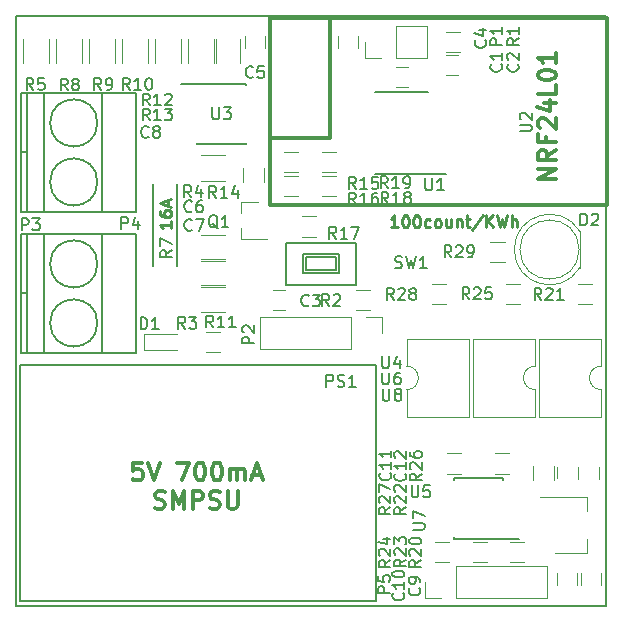
<source format=gto>
G04 #@! TF.FileFunction,Legend,Top*
%FSLAX46Y46*%
G04 Gerber Fmt 4.6, Leading zero omitted, Abs format (unit mm)*
G04 Created by KiCad (PCBNEW 4.0.2-stable) date 6/1/2017 2:40:02 PM*
%MOMM*%
G01*
G04 APERTURE LIST*
%ADD10C,0.100000*%
%ADD11C,0.250000*%
%ADD12C,0.300000*%
%ADD13C,0.150000*%
%ADD14C,0.120000*%
%ADD15C,0.304800*%
%ADD16C,0.203200*%
G04 APERTURE END LIST*
D10*
D11*
X107329886Y-92908381D02*
X106758457Y-92908381D01*
X107044171Y-92908381D02*
X107044171Y-91908381D01*
X106948933Y-92051238D01*
X106853695Y-92146476D01*
X106758457Y-92194095D01*
X107948933Y-91908381D02*
X108044172Y-91908381D01*
X108139410Y-91956000D01*
X108187029Y-92003619D01*
X108234648Y-92098857D01*
X108282267Y-92289333D01*
X108282267Y-92527429D01*
X108234648Y-92717905D01*
X108187029Y-92813143D01*
X108139410Y-92860762D01*
X108044172Y-92908381D01*
X107948933Y-92908381D01*
X107853695Y-92860762D01*
X107806076Y-92813143D01*
X107758457Y-92717905D01*
X107710838Y-92527429D01*
X107710838Y-92289333D01*
X107758457Y-92098857D01*
X107806076Y-92003619D01*
X107853695Y-91956000D01*
X107948933Y-91908381D01*
X108901314Y-91908381D02*
X108996553Y-91908381D01*
X109091791Y-91956000D01*
X109139410Y-92003619D01*
X109187029Y-92098857D01*
X109234648Y-92289333D01*
X109234648Y-92527429D01*
X109187029Y-92717905D01*
X109139410Y-92813143D01*
X109091791Y-92860762D01*
X108996553Y-92908381D01*
X108901314Y-92908381D01*
X108806076Y-92860762D01*
X108758457Y-92813143D01*
X108710838Y-92717905D01*
X108663219Y-92527429D01*
X108663219Y-92289333D01*
X108710838Y-92098857D01*
X108758457Y-92003619D01*
X108806076Y-91956000D01*
X108901314Y-91908381D01*
X110091791Y-92860762D02*
X109996553Y-92908381D01*
X109806076Y-92908381D01*
X109710838Y-92860762D01*
X109663219Y-92813143D01*
X109615600Y-92717905D01*
X109615600Y-92432190D01*
X109663219Y-92336952D01*
X109710838Y-92289333D01*
X109806076Y-92241714D01*
X109996553Y-92241714D01*
X110091791Y-92289333D01*
X110663219Y-92908381D02*
X110567981Y-92860762D01*
X110520362Y-92813143D01*
X110472743Y-92717905D01*
X110472743Y-92432190D01*
X110520362Y-92336952D01*
X110567981Y-92289333D01*
X110663219Y-92241714D01*
X110806077Y-92241714D01*
X110901315Y-92289333D01*
X110948934Y-92336952D01*
X110996553Y-92432190D01*
X110996553Y-92717905D01*
X110948934Y-92813143D01*
X110901315Y-92860762D01*
X110806077Y-92908381D01*
X110663219Y-92908381D01*
X111853696Y-92241714D02*
X111853696Y-92908381D01*
X111425124Y-92241714D02*
X111425124Y-92765524D01*
X111472743Y-92860762D01*
X111567981Y-92908381D01*
X111710839Y-92908381D01*
X111806077Y-92860762D01*
X111853696Y-92813143D01*
X112329886Y-92241714D02*
X112329886Y-92908381D01*
X112329886Y-92336952D02*
X112377505Y-92289333D01*
X112472743Y-92241714D01*
X112615601Y-92241714D01*
X112710839Y-92289333D01*
X112758458Y-92384571D01*
X112758458Y-92908381D01*
X113091791Y-92241714D02*
X113472743Y-92241714D01*
X113234648Y-91908381D02*
X113234648Y-92765524D01*
X113282267Y-92860762D01*
X113377505Y-92908381D01*
X113472743Y-92908381D01*
X114520363Y-91860762D02*
X113663220Y-93146476D01*
X114853696Y-92908381D02*
X114853696Y-91908381D01*
X115425125Y-92908381D02*
X114996553Y-92336952D01*
X115425125Y-91908381D02*
X114853696Y-92479810D01*
X115758458Y-91908381D02*
X115996553Y-92908381D01*
X116187030Y-92194095D01*
X116377506Y-92908381D01*
X116615601Y-91908381D01*
X116996553Y-92908381D02*
X116996553Y-91908381D01*
X117425125Y-92908381D02*
X117425125Y-92384571D01*
X117377506Y-92289333D01*
X117282268Y-92241714D01*
X117139410Y-92241714D01*
X117044172Y-92289333D01*
X116996553Y-92336952D01*
D12*
X120718971Y-88800913D02*
X119218971Y-88800913D01*
X120718971Y-87943770D01*
X119218971Y-87943770D01*
X120718971Y-86372341D02*
X120004686Y-86872341D01*
X120718971Y-87229484D02*
X119218971Y-87229484D01*
X119218971Y-86658056D01*
X119290400Y-86515198D01*
X119361829Y-86443770D01*
X119504686Y-86372341D01*
X119718971Y-86372341D01*
X119861829Y-86443770D01*
X119933257Y-86515198D01*
X120004686Y-86658056D01*
X120004686Y-87229484D01*
X119933257Y-85229484D02*
X119933257Y-85729484D01*
X120718971Y-85729484D02*
X119218971Y-85729484D01*
X119218971Y-85015198D01*
X119361829Y-84515199D02*
X119290400Y-84443770D01*
X119218971Y-84300913D01*
X119218971Y-83943770D01*
X119290400Y-83800913D01*
X119361829Y-83729484D01*
X119504686Y-83658056D01*
X119647543Y-83658056D01*
X119861829Y-83729484D01*
X120718971Y-84586627D01*
X120718971Y-83658056D01*
X119718971Y-82372342D02*
X120718971Y-82372342D01*
X119147543Y-82729485D02*
X120218971Y-83086628D01*
X120218971Y-82158056D01*
X120718971Y-80872342D02*
X120718971Y-81586628D01*
X119218971Y-81586628D01*
X119218971Y-80086628D02*
X119218971Y-79943771D01*
X119290400Y-79800914D01*
X119361829Y-79729485D01*
X119504686Y-79658056D01*
X119790400Y-79586628D01*
X120147543Y-79586628D01*
X120433257Y-79658056D01*
X120576114Y-79729485D01*
X120647543Y-79800914D01*
X120718971Y-79943771D01*
X120718971Y-80086628D01*
X120647543Y-80229485D01*
X120576114Y-80300914D01*
X120433257Y-80372342D01*
X120147543Y-80443771D01*
X119790400Y-80443771D01*
X119504686Y-80372342D01*
X119361829Y-80300914D01*
X119290400Y-80229485D01*
X119218971Y-80086628D01*
X120718971Y-78158057D02*
X120718971Y-79015200D01*
X120718971Y-78586628D02*
X119218971Y-78586628D01*
X119433257Y-78729485D01*
X119576114Y-78872343D01*
X119647543Y-79015200D01*
X85679545Y-112837371D02*
X84965259Y-112837371D01*
X84893830Y-113551657D01*
X84965259Y-113480229D01*
X85108116Y-113408800D01*
X85465259Y-113408800D01*
X85608116Y-113480229D01*
X85679545Y-113551657D01*
X85750973Y-113694514D01*
X85750973Y-114051657D01*
X85679545Y-114194514D01*
X85608116Y-114265943D01*
X85465259Y-114337371D01*
X85108116Y-114337371D01*
X84965259Y-114265943D01*
X84893830Y-114194514D01*
X86179544Y-112837371D02*
X86679544Y-114337371D01*
X87179544Y-112837371D01*
X88679544Y-112837371D02*
X89679544Y-112837371D01*
X89036687Y-114337371D01*
X90536686Y-112837371D02*
X90679543Y-112837371D01*
X90822400Y-112908800D01*
X90893829Y-112980229D01*
X90965258Y-113123086D01*
X91036686Y-113408800D01*
X91036686Y-113765943D01*
X90965258Y-114051657D01*
X90893829Y-114194514D01*
X90822400Y-114265943D01*
X90679543Y-114337371D01*
X90536686Y-114337371D01*
X90393829Y-114265943D01*
X90322400Y-114194514D01*
X90250972Y-114051657D01*
X90179543Y-113765943D01*
X90179543Y-113408800D01*
X90250972Y-113123086D01*
X90322400Y-112980229D01*
X90393829Y-112908800D01*
X90536686Y-112837371D01*
X91965257Y-112837371D02*
X92108114Y-112837371D01*
X92250971Y-112908800D01*
X92322400Y-112980229D01*
X92393829Y-113123086D01*
X92465257Y-113408800D01*
X92465257Y-113765943D01*
X92393829Y-114051657D01*
X92322400Y-114194514D01*
X92250971Y-114265943D01*
X92108114Y-114337371D01*
X91965257Y-114337371D01*
X91822400Y-114265943D01*
X91750971Y-114194514D01*
X91679543Y-114051657D01*
X91608114Y-113765943D01*
X91608114Y-113408800D01*
X91679543Y-113123086D01*
X91750971Y-112980229D01*
X91822400Y-112908800D01*
X91965257Y-112837371D01*
X93108114Y-114337371D02*
X93108114Y-113337371D01*
X93108114Y-113480229D02*
X93179542Y-113408800D01*
X93322400Y-113337371D01*
X93536685Y-113337371D01*
X93679542Y-113408800D01*
X93750971Y-113551657D01*
X93750971Y-114337371D01*
X93750971Y-113551657D02*
X93822400Y-113408800D01*
X93965257Y-113337371D01*
X94179542Y-113337371D01*
X94322400Y-113408800D01*
X94393828Y-113551657D01*
X94393828Y-114337371D01*
X95036685Y-113908800D02*
X95750971Y-113908800D01*
X94893828Y-114337371D02*
X95393828Y-112837371D01*
X95893828Y-114337371D01*
X86786686Y-116665943D02*
X87000972Y-116737371D01*
X87358115Y-116737371D01*
X87500972Y-116665943D01*
X87572401Y-116594514D01*
X87643829Y-116451657D01*
X87643829Y-116308800D01*
X87572401Y-116165943D01*
X87500972Y-116094514D01*
X87358115Y-116023086D01*
X87072401Y-115951657D01*
X86929543Y-115880229D01*
X86858115Y-115808800D01*
X86786686Y-115665943D01*
X86786686Y-115523086D01*
X86858115Y-115380229D01*
X86929543Y-115308800D01*
X87072401Y-115237371D01*
X87429543Y-115237371D01*
X87643829Y-115308800D01*
X88286686Y-116737371D02*
X88286686Y-115237371D01*
X88786686Y-116308800D01*
X89286686Y-115237371D01*
X89286686Y-116737371D01*
X90000972Y-116737371D02*
X90000972Y-115237371D01*
X90572400Y-115237371D01*
X90715258Y-115308800D01*
X90786686Y-115380229D01*
X90858115Y-115523086D01*
X90858115Y-115737371D01*
X90786686Y-115880229D01*
X90715258Y-115951657D01*
X90572400Y-116023086D01*
X90000972Y-116023086D01*
X91429543Y-116665943D02*
X91643829Y-116737371D01*
X92000972Y-116737371D01*
X92143829Y-116665943D01*
X92215258Y-116594514D01*
X92286686Y-116451657D01*
X92286686Y-116308800D01*
X92215258Y-116165943D01*
X92143829Y-116094514D01*
X92000972Y-116023086D01*
X91715258Y-115951657D01*
X91572400Y-115880229D01*
X91500972Y-115808800D01*
X91429543Y-115665943D01*
X91429543Y-115523086D01*
X91500972Y-115380229D01*
X91572400Y-115308800D01*
X91715258Y-115237371D01*
X92072400Y-115237371D01*
X92286686Y-115308800D01*
X92929543Y-115237371D02*
X92929543Y-116451657D01*
X93000971Y-116594514D01*
X93072400Y-116665943D01*
X93215257Y-116737371D01*
X93500971Y-116737371D01*
X93643829Y-116665943D01*
X93715257Y-116594514D01*
X93786686Y-116451657D01*
X93786686Y-115237371D01*
D11*
X88183981Y-92414647D02*
X88183981Y-92986076D01*
X88183981Y-92700362D02*
X87183981Y-92700362D01*
X87326838Y-92795600D01*
X87422076Y-92890838D01*
X87469695Y-92986076D01*
X87183981Y-91557504D02*
X87183981Y-91747981D01*
X87231600Y-91843219D01*
X87279219Y-91890838D01*
X87422076Y-91986076D01*
X87612552Y-92033695D01*
X87993505Y-92033695D01*
X88088743Y-91986076D01*
X88136362Y-91938457D01*
X88183981Y-91843219D01*
X88183981Y-91652742D01*
X88136362Y-91557504D01*
X88088743Y-91509885D01*
X87993505Y-91462266D01*
X87755410Y-91462266D01*
X87660171Y-91509885D01*
X87612552Y-91557504D01*
X87564933Y-91652742D01*
X87564933Y-91843219D01*
X87612552Y-91938457D01*
X87660171Y-91986076D01*
X87755410Y-92033695D01*
X87898267Y-91081314D02*
X87898267Y-90605123D01*
X88183981Y-91176552D02*
X87183981Y-90843219D01*
X88183981Y-90509885D01*
D13*
X75000000Y-75000000D02*
X125000000Y-75000000D01*
X75000000Y-125000000D02*
X125000000Y-125000000D01*
X125000000Y-75000000D02*
X125000000Y-125000000D01*
X75000000Y-75000000D02*
X75000000Y-125000000D01*
D14*
X107196000Y-81012400D02*
X108196000Y-81012400D01*
X108196000Y-79312400D02*
X107196000Y-79312400D01*
X111463200Y-80047200D02*
X112463200Y-80047200D01*
X112463200Y-78347200D02*
X111463200Y-78347200D01*
X96782000Y-99910000D02*
X97782000Y-99910000D01*
X97782000Y-98210000D02*
X96782000Y-98210000D01*
X103974000Y-77716000D02*
X103974000Y-76716000D01*
X102274000Y-76716000D02*
X102274000Y-77716000D01*
X94400000Y-76716000D02*
X94400000Y-77716000D01*
X96100000Y-77716000D02*
X96100000Y-76716000D01*
X90720800Y-95609600D02*
X92720800Y-95609600D01*
X92720800Y-93569600D02*
X90720800Y-93569600D01*
X92718000Y-95754000D02*
X90718000Y-95754000D01*
X90718000Y-97794000D02*
X92718000Y-97794000D01*
X93984000Y-78978000D02*
X93984000Y-76978000D01*
X91944000Y-76978000D02*
X91944000Y-78978000D01*
X124548000Y-123182000D02*
X124548000Y-122182000D01*
X122848000Y-122182000D02*
X122848000Y-123182000D01*
X122516000Y-123182000D02*
X122516000Y-122182000D01*
X120816000Y-122182000D02*
X120816000Y-123182000D01*
X122644800Y-113190400D02*
X122644800Y-114190400D01*
X124344800Y-114190400D02*
X124344800Y-113190400D01*
X120866800Y-113174400D02*
X120866800Y-114174400D01*
X122566800Y-114174400D02*
X122566800Y-113174400D01*
X85830000Y-101916000D02*
X85830000Y-103316000D01*
X85830000Y-103316000D02*
X88630000Y-103316000D01*
X85830000Y-101916000D02*
X88630000Y-101916000D01*
X107188000Y-78546000D02*
X109788000Y-78546000D01*
X109788000Y-78546000D02*
X109788000Y-75886000D01*
X109788000Y-75886000D02*
X107188000Y-75886000D01*
X107188000Y-75886000D02*
X107188000Y-78546000D01*
X105918000Y-78546000D02*
X104588000Y-78546000D01*
X104588000Y-78546000D02*
X104588000Y-77216000D01*
X103378000Y-100524000D02*
X95698000Y-100524000D01*
X95698000Y-100524000D02*
X95698000Y-103184000D01*
X95698000Y-103184000D02*
X103378000Y-103184000D01*
X103378000Y-103184000D02*
X103378000Y-100524000D01*
X104648000Y-100524000D02*
X105978000Y-100524000D01*
X105978000Y-100524000D02*
X105978000Y-101854000D01*
D13*
X75910000Y-98512000D02*
X75410000Y-98512000D01*
X81910000Y-101012000D02*
G75*
G03X81910000Y-101012000I-2000000J0D01*
G01*
X81910000Y-96012000D02*
G75*
G03X81910000Y-96012000I-2000000J0D01*
G01*
X77410000Y-93512000D02*
X77410000Y-103512000D01*
X82310000Y-93512000D02*
X82310000Y-103512000D01*
X75910000Y-93512000D02*
X75910000Y-103512000D01*
X75410000Y-93512000D02*
X75410000Y-103512000D01*
X75410000Y-103512000D02*
X85210000Y-103512000D01*
X85210000Y-103512000D02*
X85210000Y-93512000D01*
X85210000Y-93512000D02*
X75410000Y-93512000D01*
X75910000Y-86574000D02*
X75410000Y-86574000D01*
X81910000Y-89074000D02*
G75*
G03X81910000Y-89074000I-2000000J0D01*
G01*
X81910000Y-84074000D02*
G75*
G03X81910000Y-84074000I-2000000J0D01*
G01*
X77410000Y-81574000D02*
X77410000Y-91574000D01*
X82310000Y-81574000D02*
X82310000Y-91574000D01*
X75910000Y-81574000D02*
X75910000Y-91574000D01*
X75410000Y-81574000D02*
X75410000Y-91574000D01*
X75410000Y-91574000D02*
X85210000Y-91574000D01*
X85210000Y-91574000D02*
X85210000Y-81574000D01*
X85210000Y-81574000D02*
X75410000Y-81574000D01*
D14*
X112268000Y-124266000D02*
X119948000Y-124266000D01*
X119948000Y-124266000D02*
X119948000Y-121606000D01*
X119948000Y-121606000D02*
X112268000Y-121606000D01*
X112268000Y-121606000D02*
X112268000Y-124266000D01*
X110998000Y-124266000D02*
X109668000Y-124266000D01*
X109668000Y-124266000D02*
X109668000Y-122936000D01*
D13*
X105459000Y-104554000D02*
X105459000Y-124554000D01*
X75389000Y-104554000D02*
X105459000Y-104554000D01*
X75389000Y-124554000D02*
X75389000Y-104554000D01*
X105459000Y-124554000D02*
X75389000Y-124554000D01*
D14*
X94083600Y-90774400D02*
X94083600Y-91704400D01*
X94083600Y-93934400D02*
X94083600Y-93004400D01*
X94083600Y-93934400D02*
X96243600Y-93934400D01*
X94083600Y-90774400D02*
X95543600Y-90774400D01*
X111414000Y-76336000D02*
X112614000Y-76336000D01*
X112614000Y-78096000D02*
X111414000Y-78096000D01*
X104994000Y-99940000D02*
X103794000Y-99940000D01*
X103794000Y-98180000D02*
X104994000Y-98180000D01*
X91094000Y-101736000D02*
X92294000Y-101736000D01*
X92294000Y-103496000D02*
X91094000Y-103496000D01*
X90694000Y-86814000D02*
X92694000Y-86814000D01*
X92694000Y-88954000D02*
X90694000Y-88954000D01*
X75638000Y-78978000D02*
X75638000Y-76978000D01*
X77778000Y-76978000D02*
X77778000Y-78978000D01*
D13*
X86630000Y-89210000D02*
X86630000Y-96210000D01*
X88630000Y-89210000D02*
X88630000Y-96210000D01*
D14*
X80572000Y-76978000D02*
X80572000Y-78978000D01*
X78432000Y-78978000D02*
X78432000Y-76978000D01*
X81226000Y-78978000D02*
X81226000Y-76978000D01*
X83366000Y-76978000D02*
X83366000Y-78978000D01*
X86160000Y-76978000D02*
X86160000Y-78978000D01*
X84020000Y-78978000D02*
X84020000Y-76978000D01*
X90717200Y-97939200D02*
X92717200Y-97939200D01*
X92717200Y-100079200D02*
X90717200Y-100079200D01*
X86814000Y-78978000D02*
X86814000Y-76978000D01*
X88954000Y-76978000D02*
X88954000Y-78978000D01*
X91748000Y-76978000D02*
X91748000Y-78978000D01*
X89608000Y-78978000D02*
X89608000Y-76978000D01*
X96028400Y-87858000D02*
X96028400Y-89058000D01*
X94268400Y-89058000D02*
X94268400Y-87858000D01*
X97698000Y-86496000D02*
X98898000Y-86496000D01*
X98898000Y-88256000D02*
X97698000Y-88256000D01*
X97698000Y-88528000D02*
X98898000Y-88528000D01*
X98898000Y-90288000D02*
X97698000Y-90288000D01*
X99222000Y-91982400D02*
X100422000Y-91982400D01*
X100422000Y-93742400D02*
X99222000Y-93742400D01*
X100949200Y-88528000D02*
X102149200Y-88528000D01*
X102149200Y-90288000D02*
X100949200Y-90288000D01*
X100898400Y-86496000D02*
X102098400Y-86496000D01*
X102098400Y-88256000D02*
X100898400Y-88256000D01*
X118034400Y-121276000D02*
X116834400Y-121276000D01*
X116834400Y-119516000D02*
X118034400Y-119516000D01*
X122590000Y-97672000D02*
X123790000Y-97672000D01*
X123790000Y-99432000D02*
X122590000Y-99432000D01*
X116779600Y-113808400D02*
X115579600Y-113808400D01*
X115579600Y-112048400D02*
X116779600Y-112048400D01*
X114884800Y-121276000D02*
X113684800Y-121276000D01*
X113684800Y-119516000D02*
X114884800Y-119516000D01*
X111714800Y-121276000D02*
X110514800Y-121276000D01*
X110514800Y-119516000D02*
X111714800Y-119516000D01*
X116494000Y-97672000D02*
X117694000Y-97672000D01*
X117694000Y-99432000D02*
X116494000Y-99432000D01*
X118804800Y-114290400D02*
X118804800Y-113090400D01*
X120564800Y-113090400D02*
X120564800Y-114290400D01*
X111515600Y-112048400D02*
X112715600Y-112048400D01*
X112715600Y-113808400D02*
X111515600Y-113808400D01*
X111410000Y-99432000D02*
X110210000Y-99432000D01*
X110210000Y-97672000D02*
X111410000Y-97672000D01*
D13*
X99598110Y-95461780D02*
X102098110Y-95461780D01*
X102098110Y-95461780D02*
X102098110Y-96561780D01*
X102098110Y-96561780D02*
X99598110Y-96561780D01*
X99598110Y-96561780D02*
X99598110Y-95461780D01*
X99348110Y-96811780D02*
X102348110Y-96811780D01*
X99348110Y-95211780D02*
X102348110Y-95211780D01*
X102348110Y-95211780D02*
X102348110Y-96811780D01*
X99348110Y-95211780D02*
X99348110Y-96811780D01*
X97848110Y-97761780D02*
X103848110Y-97761780D01*
X97848110Y-94261780D02*
X103848110Y-94261780D01*
X97848110Y-94261780D02*
X97848110Y-97761780D01*
X103848110Y-94261780D02*
X103848110Y-97761780D01*
X109870200Y-81487600D02*
X105420200Y-81487600D01*
X111395200Y-88387600D02*
X105420200Y-88387600D01*
D15*
X96520000Y-85344000D02*
X96520000Y-91059000D01*
X96520000Y-91059000D02*
X125095000Y-91059000D01*
X125095000Y-91059000D02*
X125095000Y-75184000D01*
X125095000Y-75184000D02*
X101600000Y-75184000D01*
X101600000Y-75184000D02*
X101600000Y-85344000D01*
X101600000Y-85344000D02*
X96520000Y-85344000D01*
X96520000Y-85344000D02*
X96520000Y-75184000D01*
X96520000Y-75184000D02*
X101600000Y-75184000D01*
D13*
X90381000Y-80737000D02*
X90381000Y-80787000D01*
X94531000Y-80737000D02*
X94531000Y-80882000D01*
X94531000Y-85887000D02*
X94531000Y-85742000D01*
X90381000Y-85887000D02*
X90381000Y-85742000D01*
X90381000Y-80737000D02*
X94531000Y-80737000D01*
X90381000Y-85887000D02*
X94531000Y-85887000D01*
X90381000Y-80787000D02*
X88981000Y-80787000D01*
D14*
X124580000Y-104664000D02*
X124580000Y-102369000D01*
X124580000Y-102369000D02*
X119260000Y-102369000D01*
X119260000Y-102369000D02*
X119260000Y-108959000D01*
X119260000Y-108959000D02*
X124580000Y-108959000D01*
X124580000Y-108959000D02*
X124580000Y-106664000D01*
X124580000Y-106664000D02*
G75*
G02X124580000Y-104664000I0J1000000D01*
G01*
D13*
X116222600Y-119313400D02*
X116222600Y-119263400D01*
X112072600Y-119313400D02*
X112072600Y-119168400D01*
X112072600Y-114163400D02*
X112072600Y-114308400D01*
X116222600Y-114163400D02*
X116222600Y-114308400D01*
X116222600Y-119313400D02*
X112072600Y-119313400D01*
X116222600Y-114163400D02*
X112072600Y-114163400D01*
X116222600Y-119263400D02*
X117622600Y-119263400D01*
D14*
X118992000Y-104664000D02*
X118992000Y-102369000D01*
X118992000Y-102369000D02*
X113672000Y-102369000D01*
X113672000Y-102369000D02*
X113672000Y-108959000D01*
X113672000Y-108959000D02*
X118992000Y-108959000D01*
X118992000Y-108959000D02*
X118992000Y-106664000D01*
X118992000Y-106664000D02*
G75*
G02X118992000Y-104664000I0J1000000D01*
G01*
X108084000Y-106664000D02*
X108084000Y-108959000D01*
X108084000Y-108959000D02*
X113404000Y-108959000D01*
X113404000Y-108959000D02*
X113404000Y-102369000D01*
X113404000Y-102369000D02*
X108084000Y-102369000D01*
X108084000Y-102369000D02*
X108084000Y-104664000D01*
X108084000Y-104664000D02*
G75*
G02X108084000Y-106664000I0J-1000000D01*
G01*
X123344400Y-119310000D02*
X123344400Y-120510000D01*
X123344400Y-120510000D02*
X120644400Y-120510000D01*
X119344400Y-115710000D02*
X123344400Y-115710000D01*
X123344400Y-115710000D02*
X123344400Y-116910000D01*
X116388400Y-95876000D02*
X115188400Y-95876000D01*
X115188400Y-94116000D02*
X116388400Y-94116000D01*
X117202800Y-94792338D02*
G75*
G03X122752800Y-96337630I2990000J-462D01*
G01*
X117202800Y-94793262D02*
G75*
G02X122752800Y-93247970I2990000J462D01*
G01*
X122692800Y-94792800D02*
G75*
G03X122692800Y-94792800I-2500000J0D01*
G01*
X122752800Y-96337800D02*
X122752800Y-93247800D01*
D13*
X116079543Y-79109866D02*
X116127162Y-79157485D01*
X116174781Y-79300342D01*
X116174781Y-79395580D01*
X116127162Y-79538438D01*
X116031924Y-79633676D01*
X115936686Y-79681295D01*
X115746210Y-79728914D01*
X115603352Y-79728914D01*
X115412876Y-79681295D01*
X115317638Y-79633676D01*
X115222400Y-79538438D01*
X115174781Y-79395580D01*
X115174781Y-79300342D01*
X115222400Y-79157485D01*
X115270019Y-79109866D01*
X116174781Y-78157485D02*
X116174781Y-78728914D01*
X116174781Y-78443200D02*
X115174781Y-78443200D01*
X115317638Y-78538438D01*
X115412876Y-78633676D01*
X115460495Y-78728914D01*
X117501943Y-79109866D02*
X117549562Y-79157485D01*
X117597181Y-79300342D01*
X117597181Y-79395580D01*
X117549562Y-79538438D01*
X117454324Y-79633676D01*
X117359086Y-79681295D01*
X117168610Y-79728914D01*
X117025752Y-79728914D01*
X116835276Y-79681295D01*
X116740038Y-79633676D01*
X116644800Y-79538438D01*
X116597181Y-79395580D01*
X116597181Y-79300342D01*
X116644800Y-79157485D01*
X116692419Y-79109866D01*
X116692419Y-78728914D02*
X116644800Y-78681295D01*
X116597181Y-78586057D01*
X116597181Y-78347961D01*
X116644800Y-78252723D01*
X116692419Y-78205104D01*
X116787657Y-78157485D01*
X116882895Y-78157485D01*
X117025752Y-78205104D01*
X117597181Y-78776533D01*
X117597181Y-78157485D01*
X99807734Y-99518743D02*
X99760115Y-99566362D01*
X99617258Y-99613981D01*
X99522020Y-99613981D01*
X99379162Y-99566362D01*
X99283924Y-99471124D01*
X99236305Y-99375886D01*
X99188686Y-99185410D01*
X99188686Y-99042552D01*
X99236305Y-98852076D01*
X99283924Y-98756838D01*
X99379162Y-98661600D01*
X99522020Y-98613981D01*
X99617258Y-98613981D01*
X99760115Y-98661600D01*
X99807734Y-98709219D01*
X100141067Y-98613981D02*
X100760115Y-98613981D01*
X100426781Y-98994933D01*
X100569639Y-98994933D01*
X100664877Y-99042552D01*
X100712496Y-99090171D01*
X100760115Y-99185410D01*
X100760115Y-99423505D01*
X100712496Y-99518743D01*
X100664877Y-99566362D01*
X100569639Y-99613981D01*
X100283924Y-99613981D01*
X100188686Y-99566362D01*
X100141067Y-99518743D01*
X114758743Y-77077866D02*
X114806362Y-77125485D01*
X114853981Y-77268342D01*
X114853981Y-77363580D01*
X114806362Y-77506438D01*
X114711124Y-77601676D01*
X114615886Y-77649295D01*
X114425410Y-77696914D01*
X114282552Y-77696914D01*
X114092076Y-77649295D01*
X113996838Y-77601676D01*
X113901600Y-77506438D01*
X113853981Y-77363580D01*
X113853981Y-77268342D01*
X113901600Y-77125485D01*
X113949219Y-77077866D01*
X114187314Y-76220723D02*
X114853981Y-76220723D01*
X113806362Y-76458819D02*
X114520648Y-76696914D01*
X114520648Y-76077866D01*
X95083334Y-80163943D02*
X95035715Y-80211562D01*
X94892858Y-80259181D01*
X94797620Y-80259181D01*
X94654762Y-80211562D01*
X94559524Y-80116324D01*
X94511905Y-80021086D01*
X94464286Y-79830610D01*
X94464286Y-79687752D01*
X94511905Y-79497276D01*
X94559524Y-79402038D01*
X94654762Y-79306800D01*
X94797620Y-79259181D01*
X94892858Y-79259181D01*
X95035715Y-79306800D01*
X95083334Y-79354419D01*
X95988096Y-79259181D02*
X95511905Y-79259181D01*
X95464286Y-79735371D01*
X95511905Y-79687752D01*
X95607143Y-79640133D01*
X95845239Y-79640133D01*
X95940477Y-79687752D01*
X95988096Y-79735371D01*
X96035715Y-79830610D01*
X96035715Y-80068705D01*
X95988096Y-80163943D01*
X95940477Y-80211562D01*
X95845239Y-80259181D01*
X95607143Y-80259181D01*
X95511905Y-80211562D01*
X95464286Y-80163943D01*
X89901734Y-91543143D02*
X89854115Y-91590762D01*
X89711258Y-91638381D01*
X89616020Y-91638381D01*
X89473162Y-91590762D01*
X89377924Y-91495524D01*
X89330305Y-91400286D01*
X89282686Y-91209810D01*
X89282686Y-91066952D01*
X89330305Y-90876476D01*
X89377924Y-90781238D01*
X89473162Y-90686000D01*
X89616020Y-90638381D01*
X89711258Y-90638381D01*
X89854115Y-90686000D01*
X89901734Y-90733619D01*
X90758877Y-90638381D02*
X90568400Y-90638381D01*
X90473162Y-90686000D01*
X90425543Y-90733619D01*
X90330305Y-90876476D01*
X90282686Y-91066952D01*
X90282686Y-91447905D01*
X90330305Y-91543143D01*
X90377924Y-91590762D01*
X90473162Y-91638381D01*
X90663639Y-91638381D01*
X90758877Y-91590762D01*
X90806496Y-91543143D01*
X90854115Y-91447905D01*
X90854115Y-91209810D01*
X90806496Y-91114571D01*
X90758877Y-91066952D01*
X90663639Y-91019333D01*
X90473162Y-91019333D01*
X90377924Y-91066952D01*
X90330305Y-91114571D01*
X90282686Y-91209810D01*
X89901734Y-93117943D02*
X89854115Y-93165562D01*
X89711258Y-93213181D01*
X89616020Y-93213181D01*
X89473162Y-93165562D01*
X89377924Y-93070324D01*
X89330305Y-92975086D01*
X89282686Y-92784610D01*
X89282686Y-92641752D01*
X89330305Y-92451276D01*
X89377924Y-92356038D01*
X89473162Y-92260800D01*
X89616020Y-92213181D01*
X89711258Y-92213181D01*
X89854115Y-92260800D01*
X89901734Y-92308419D01*
X90235067Y-92213181D02*
X90901734Y-92213181D01*
X90473162Y-93213181D01*
X86244134Y-85243943D02*
X86196515Y-85291562D01*
X86053658Y-85339181D01*
X85958420Y-85339181D01*
X85815562Y-85291562D01*
X85720324Y-85196324D01*
X85672705Y-85101086D01*
X85625086Y-84910610D01*
X85625086Y-84767752D01*
X85672705Y-84577276D01*
X85720324Y-84482038D01*
X85815562Y-84386800D01*
X85958420Y-84339181D01*
X86053658Y-84339181D01*
X86196515Y-84386800D01*
X86244134Y-84434419D01*
X86815562Y-84767752D02*
X86720324Y-84720133D01*
X86672705Y-84672514D01*
X86625086Y-84577276D01*
X86625086Y-84529657D01*
X86672705Y-84434419D01*
X86720324Y-84386800D01*
X86815562Y-84339181D01*
X87006039Y-84339181D01*
X87101277Y-84386800D01*
X87148896Y-84434419D01*
X87196515Y-84529657D01*
X87196515Y-84577276D01*
X87148896Y-84672514D01*
X87101277Y-84720133D01*
X87006039Y-84767752D01*
X86815562Y-84767752D01*
X86720324Y-84815371D01*
X86672705Y-84862990D01*
X86625086Y-84958229D01*
X86625086Y-85148705D01*
X86672705Y-85243943D01*
X86720324Y-85291562D01*
X86815562Y-85339181D01*
X87006039Y-85339181D01*
X87101277Y-85291562D01*
X87148896Y-85243943D01*
X87196515Y-85148705D01*
X87196515Y-84958229D01*
X87148896Y-84862990D01*
X87101277Y-84815371D01*
X87006039Y-84767752D01*
X109170743Y-123458266D02*
X109218362Y-123505885D01*
X109265981Y-123648742D01*
X109265981Y-123743980D01*
X109218362Y-123886838D01*
X109123124Y-123982076D01*
X109027886Y-124029695D01*
X108837410Y-124077314D01*
X108694552Y-124077314D01*
X108504076Y-124029695D01*
X108408838Y-123982076D01*
X108313600Y-123886838D01*
X108265981Y-123743980D01*
X108265981Y-123648742D01*
X108313600Y-123505885D01*
X108361219Y-123458266D01*
X109265981Y-122982076D02*
X109265981Y-122791600D01*
X109218362Y-122696361D01*
X109170743Y-122648742D01*
X109027886Y-122553504D01*
X108837410Y-122505885D01*
X108456457Y-122505885D01*
X108361219Y-122553504D01*
X108313600Y-122601123D01*
X108265981Y-122696361D01*
X108265981Y-122886838D01*
X108313600Y-122982076D01*
X108361219Y-123029695D01*
X108456457Y-123077314D01*
X108694552Y-123077314D01*
X108789790Y-123029695D01*
X108837410Y-122982076D01*
X108885029Y-122886838D01*
X108885029Y-122696361D01*
X108837410Y-122601123D01*
X108789790Y-122553504D01*
X108694552Y-122505885D01*
X107799143Y-123883657D02*
X107846762Y-123931276D01*
X107894381Y-124074133D01*
X107894381Y-124169371D01*
X107846762Y-124312229D01*
X107751524Y-124407467D01*
X107656286Y-124455086D01*
X107465810Y-124502705D01*
X107322952Y-124502705D01*
X107132476Y-124455086D01*
X107037238Y-124407467D01*
X106942000Y-124312229D01*
X106894381Y-124169371D01*
X106894381Y-124074133D01*
X106942000Y-123931276D01*
X106989619Y-123883657D01*
X107894381Y-122931276D02*
X107894381Y-123502705D01*
X107894381Y-123216991D02*
X106894381Y-123216991D01*
X107037238Y-123312229D01*
X107132476Y-123407467D01*
X107180095Y-123502705D01*
X106894381Y-122312229D02*
X106894381Y-122216990D01*
X106942000Y-122121752D01*
X106989619Y-122074133D01*
X107084857Y-122026514D01*
X107275333Y-121978895D01*
X107513429Y-121978895D01*
X107703905Y-122026514D01*
X107799143Y-122074133D01*
X107846762Y-122121752D01*
X107894381Y-122216990D01*
X107894381Y-122312229D01*
X107846762Y-122407467D01*
X107799143Y-122455086D01*
X107703905Y-122502705D01*
X107513429Y-122550324D01*
X107275333Y-122550324D01*
X107084857Y-122502705D01*
X106989619Y-122455086D01*
X106942000Y-122407467D01*
X106894381Y-122312229D01*
X106681543Y-113723657D02*
X106729162Y-113771276D01*
X106776781Y-113914133D01*
X106776781Y-114009371D01*
X106729162Y-114152229D01*
X106633924Y-114247467D01*
X106538686Y-114295086D01*
X106348210Y-114342705D01*
X106205352Y-114342705D01*
X106014876Y-114295086D01*
X105919638Y-114247467D01*
X105824400Y-114152229D01*
X105776781Y-114009371D01*
X105776781Y-113914133D01*
X105824400Y-113771276D01*
X105872019Y-113723657D01*
X106776781Y-112771276D02*
X106776781Y-113342705D01*
X106776781Y-113056991D02*
X105776781Y-113056991D01*
X105919638Y-113152229D01*
X106014876Y-113247467D01*
X106062495Y-113342705D01*
X106776781Y-111818895D02*
X106776781Y-112390324D01*
X106776781Y-112104610D02*
X105776781Y-112104610D01*
X105919638Y-112199848D01*
X106014876Y-112295086D01*
X106062495Y-112390324D01*
X107951543Y-113774457D02*
X107999162Y-113822076D01*
X108046781Y-113964933D01*
X108046781Y-114060171D01*
X107999162Y-114203029D01*
X107903924Y-114298267D01*
X107808686Y-114345886D01*
X107618210Y-114393505D01*
X107475352Y-114393505D01*
X107284876Y-114345886D01*
X107189638Y-114298267D01*
X107094400Y-114203029D01*
X107046781Y-114060171D01*
X107046781Y-113964933D01*
X107094400Y-113822076D01*
X107142019Y-113774457D01*
X108046781Y-112822076D02*
X108046781Y-113393505D01*
X108046781Y-113107791D02*
X107046781Y-113107791D01*
X107189638Y-113203029D01*
X107284876Y-113298267D01*
X107332495Y-113393505D01*
X107142019Y-112441124D02*
X107094400Y-112393505D01*
X107046781Y-112298267D01*
X107046781Y-112060171D01*
X107094400Y-111964933D01*
X107142019Y-111917314D01*
X107237257Y-111869695D01*
X107332495Y-111869695D01*
X107475352Y-111917314D01*
X108046781Y-112488743D01*
X108046781Y-111869695D01*
X85571105Y-101544381D02*
X85571105Y-100544381D01*
X85809200Y-100544381D01*
X85952058Y-100592000D01*
X86047296Y-100687238D01*
X86094915Y-100782476D01*
X86142534Y-100972952D01*
X86142534Y-101115810D01*
X86094915Y-101306286D01*
X86047296Y-101401524D01*
X85952058Y-101496762D01*
X85809200Y-101544381D01*
X85571105Y-101544381D01*
X87094915Y-101544381D02*
X86523486Y-101544381D01*
X86809200Y-101544381D02*
X86809200Y-100544381D01*
X86713962Y-100687238D01*
X86618724Y-100782476D01*
X86523486Y-100830095D01*
X116174781Y-77496895D02*
X115174781Y-77496895D01*
X115174781Y-77115942D01*
X115222400Y-77020704D01*
X115270019Y-76973085D01*
X115365257Y-76925466D01*
X115508114Y-76925466D01*
X115603352Y-76973085D01*
X115650971Y-77020704D01*
X115698590Y-77115942D01*
X115698590Y-77496895D01*
X116174781Y-75973085D02*
X116174781Y-76544514D01*
X116174781Y-76258800D02*
X115174781Y-76258800D01*
X115317638Y-76354038D01*
X115412876Y-76449276D01*
X115460495Y-76544514D01*
X95194381Y-102744495D02*
X94194381Y-102744495D01*
X94194381Y-102363542D01*
X94242000Y-102268304D01*
X94289619Y-102220685D01*
X94384857Y-102173066D01*
X94527714Y-102173066D01*
X94622952Y-102220685D01*
X94670571Y-102268304D01*
X94718190Y-102363542D01*
X94718190Y-102744495D01*
X94289619Y-101792114D02*
X94242000Y-101744495D01*
X94194381Y-101649257D01*
X94194381Y-101411161D01*
X94242000Y-101315923D01*
X94289619Y-101268304D01*
X94384857Y-101220685D01*
X94480095Y-101220685D01*
X94622952Y-101268304D01*
X95194381Y-101839733D01*
X95194381Y-101220685D01*
X75512705Y-93162381D02*
X75512705Y-92162381D01*
X75893658Y-92162381D01*
X75988896Y-92210000D01*
X76036515Y-92257619D01*
X76084134Y-92352857D01*
X76084134Y-92495714D01*
X76036515Y-92590952D01*
X75988896Y-92638571D01*
X75893658Y-92686190D01*
X75512705Y-92686190D01*
X76417467Y-92162381D02*
X77036515Y-92162381D01*
X76703181Y-92543333D01*
X76846039Y-92543333D01*
X76941277Y-92590952D01*
X76988896Y-92638571D01*
X77036515Y-92733810D01*
X77036515Y-92971905D01*
X76988896Y-93067143D01*
X76941277Y-93114762D01*
X76846039Y-93162381D01*
X76560324Y-93162381D01*
X76465086Y-93114762D01*
X76417467Y-93067143D01*
X83945505Y-93060781D02*
X83945505Y-92060781D01*
X84326458Y-92060781D01*
X84421696Y-92108400D01*
X84469315Y-92156019D01*
X84516934Y-92251257D01*
X84516934Y-92394114D01*
X84469315Y-92489352D01*
X84421696Y-92536971D01*
X84326458Y-92584590D01*
X83945505Y-92584590D01*
X85374077Y-92394114D02*
X85374077Y-93060781D01*
X85135981Y-92013162D02*
X84897886Y-92727448D01*
X85516934Y-92727448D01*
X106675181Y-123877295D02*
X105675181Y-123877295D01*
X105675181Y-123496342D01*
X105722800Y-123401104D01*
X105770419Y-123353485D01*
X105865657Y-123305866D01*
X106008514Y-123305866D01*
X106103752Y-123353485D01*
X106151371Y-123401104D01*
X106198990Y-123496342D01*
X106198990Y-123877295D01*
X105675181Y-122401104D02*
X105675181Y-122877295D01*
X106151371Y-122924914D01*
X106103752Y-122877295D01*
X106056133Y-122782057D01*
X106056133Y-122543961D01*
X106103752Y-122448723D01*
X106151371Y-122401104D01*
X106246610Y-122353485D01*
X106484705Y-122353485D01*
X106579943Y-122401104D01*
X106627562Y-122448723D01*
X106675181Y-122543961D01*
X106675181Y-122782057D01*
X106627562Y-122877295D01*
X106579943Y-122924914D01*
X101309714Y-106406381D02*
X101309714Y-105406381D01*
X101690667Y-105406381D01*
X101785905Y-105454000D01*
X101833524Y-105501619D01*
X101881143Y-105596857D01*
X101881143Y-105739714D01*
X101833524Y-105834952D01*
X101785905Y-105882571D01*
X101690667Y-105930190D01*
X101309714Y-105930190D01*
X102262095Y-106358762D02*
X102404952Y-106406381D01*
X102643048Y-106406381D01*
X102738286Y-106358762D01*
X102785905Y-106311143D01*
X102833524Y-106215905D01*
X102833524Y-106120667D01*
X102785905Y-106025429D01*
X102738286Y-105977810D01*
X102643048Y-105930190D01*
X102452571Y-105882571D01*
X102357333Y-105834952D01*
X102309714Y-105787333D01*
X102262095Y-105692095D01*
X102262095Y-105596857D01*
X102309714Y-105501619D01*
X102357333Y-105454000D01*
X102452571Y-105406381D01*
X102690667Y-105406381D01*
X102833524Y-105454000D01*
X103785905Y-106406381D02*
X103214476Y-106406381D01*
X103500190Y-106406381D02*
X103500190Y-105406381D01*
X103404952Y-105549238D01*
X103309714Y-105644476D01*
X103214476Y-105692095D01*
X92106762Y-93003619D02*
X92011524Y-92956000D01*
X91916286Y-92860762D01*
X91773429Y-92717905D01*
X91678190Y-92670286D01*
X91582952Y-92670286D01*
X91630571Y-92908381D02*
X91535333Y-92860762D01*
X91440095Y-92765524D01*
X91392476Y-92575048D01*
X91392476Y-92241714D01*
X91440095Y-92051238D01*
X91535333Y-91956000D01*
X91630571Y-91908381D01*
X91821048Y-91908381D01*
X91916286Y-91956000D01*
X92011524Y-92051238D01*
X92059143Y-92241714D01*
X92059143Y-92575048D01*
X92011524Y-92765524D01*
X91916286Y-92860762D01*
X91821048Y-92908381D01*
X91630571Y-92908381D01*
X93011524Y-92908381D02*
X92440095Y-92908381D01*
X92725809Y-92908381D02*
X92725809Y-91908381D01*
X92630571Y-92051238D01*
X92535333Y-92146476D01*
X92440095Y-92194095D01*
X117597181Y-76925466D02*
X117120990Y-77258800D01*
X117597181Y-77496895D02*
X116597181Y-77496895D01*
X116597181Y-77115942D01*
X116644800Y-77020704D01*
X116692419Y-76973085D01*
X116787657Y-76925466D01*
X116930514Y-76925466D01*
X117025752Y-76973085D01*
X117073371Y-77020704D01*
X117120990Y-77115942D01*
X117120990Y-77496895D01*
X117597181Y-75973085D02*
X117597181Y-76544514D01*
X117597181Y-76258800D02*
X116597181Y-76258800D01*
X116740038Y-76354038D01*
X116835276Y-76449276D01*
X116882895Y-76544514D01*
X101534934Y-99563181D02*
X101201600Y-99086990D01*
X100963505Y-99563181D02*
X100963505Y-98563181D01*
X101344458Y-98563181D01*
X101439696Y-98610800D01*
X101487315Y-98658419D01*
X101534934Y-98753657D01*
X101534934Y-98896514D01*
X101487315Y-98991752D01*
X101439696Y-99039371D01*
X101344458Y-99086990D01*
X100963505Y-99086990D01*
X101915886Y-98658419D02*
X101963505Y-98610800D01*
X102058743Y-98563181D01*
X102296839Y-98563181D01*
X102392077Y-98610800D01*
X102439696Y-98658419D01*
X102487315Y-98753657D01*
X102487315Y-98848895D01*
X102439696Y-98991752D01*
X101868267Y-99563181D01*
X102487315Y-99563181D01*
X89342934Y-101493581D02*
X89009600Y-101017390D01*
X88771505Y-101493581D02*
X88771505Y-100493581D01*
X89152458Y-100493581D01*
X89247696Y-100541200D01*
X89295315Y-100588819D01*
X89342934Y-100684057D01*
X89342934Y-100826914D01*
X89295315Y-100922152D01*
X89247696Y-100969771D01*
X89152458Y-101017390D01*
X88771505Y-101017390D01*
X89676267Y-100493581D02*
X90295315Y-100493581D01*
X89961981Y-100874533D01*
X90104839Y-100874533D01*
X90200077Y-100922152D01*
X90247696Y-100969771D01*
X90295315Y-101065010D01*
X90295315Y-101303105D01*
X90247696Y-101398343D01*
X90200077Y-101445962D01*
X90104839Y-101493581D01*
X89819124Y-101493581D01*
X89723886Y-101445962D01*
X89676267Y-101398343D01*
X89850934Y-90368381D02*
X89517600Y-89892190D01*
X89279505Y-90368381D02*
X89279505Y-89368381D01*
X89660458Y-89368381D01*
X89755696Y-89416000D01*
X89803315Y-89463619D01*
X89850934Y-89558857D01*
X89850934Y-89701714D01*
X89803315Y-89796952D01*
X89755696Y-89844571D01*
X89660458Y-89892190D01*
X89279505Y-89892190D01*
X90708077Y-89701714D02*
X90708077Y-90368381D01*
X90469981Y-89320762D02*
X90231886Y-90035048D01*
X90850934Y-90035048D01*
X76490534Y-81275181D02*
X76157200Y-80798990D01*
X75919105Y-81275181D02*
X75919105Y-80275181D01*
X76300058Y-80275181D01*
X76395296Y-80322800D01*
X76442915Y-80370419D01*
X76490534Y-80465657D01*
X76490534Y-80608514D01*
X76442915Y-80703752D01*
X76395296Y-80751371D01*
X76300058Y-80798990D01*
X75919105Y-80798990D01*
X77395296Y-80275181D02*
X76919105Y-80275181D01*
X76871486Y-80751371D01*
X76919105Y-80703752D01*
X77014343Y-80656133D01*
X77252439Y-80656133D01*
X77347677Y-80703752D01*
X77395296Y-80751371D01*
X77442915Y-80846610D01*
X77442915Y-81084705D01*
X77395296Y-81179943D01*
X77347677Y-81227562D01*
X77252439Y-81275181D01*
X77014343Y-81275181D01*
X76919105Y-81227562D01*
X76871486Y-81179943D01*
X88234781Y-94857866D02*
X87758590Y-95191200D01*
X88234781Y-95429295D02*
X87234781Y-95429295D01*
X87234781Y-95048342D01*
X87282400Y-94953104D01*
X87330019Y-94905485D01*
X87425257Y-94857866D01*
X87568114Y-94857866D01*
X87663352Y-94905485D01*
X87710971Y-94953104D01*
X87758590Y-95048342D01*
X87758590Y-95429295D01*
X87234781Y-94524533D02*
X87234781Y-93857866D01*
X88234781Y-94286438D01*
X79386134Y-81325981D02*
X79052800Y-80849790D01*
X78814705Y-81325981D02*
X78814705Y-80325981D01*
X79195658Y-80325981D01*
X79290896Y-80373600D01*
X79338515Y-80421219D01*
X79386134Y-80516457D01*
X79386134Y-80659314D01*
X79338515Y-80754552D01*
X79290896Y-80802171D01*
X79195658Y-80849790D01*
X78814705Y-80849790D01*
X79957562Y-80754552D02*
X79862324Y-80706933D01*
X79814705Y-80659314D01*
X79767086Y-80564076D01*
X79767086Y-80516457D01*
X79814705Y-80421219D01*
X79862324Y-80373600D01*
X79957562Y-80325981D01*
X80148039Y-80325981D01*
X80243277Y-80373600D01*
X80290896Y-80421219D01*
X80338515Y-80516457D01*
X80338515Y-80564076D01*
X80290896Y-80659314D01*
X80243277Y-80706933D01*
X80148039Y-80754552D01*
X79957562Y-80754552D01*
X79862324Y-80802171D01*
X79814705Y-80849790D01*
X79767086Y-80945029D01*
X79767086Y-81135505D01*
X79814705Y-81230743D01*
X79862324Y-81278362D01*
X79957562Y-81325981D01*
X80148039Y-81325981D01*
X80243277Y-81278362D01*
X80290896Y-81230743D01*
X80338515Y-81135505D01*
X80338515Y-80945029D01*
X80290896Y-80849790D01*
X80243277Y-80802171D01*
X80148039Y-80754552D01*
X82230934Y-81275181D02*
X81897600Y-80798990D01*
X81659505Y-81275181D02*
X81659505Y-80275181D01*
X82040458Y-80275181D01*
X82135696Y-80322800D01*
X82183315Y-80370419D01*
X82230934Y-80465657D01*
X82230934Y-80608514D01*
X82183315Y-80703752D01*
X82135696Y-80751371D01*
X82040458Y-80798990D01*
X81659505Y-80798990D01*
X82707124Y-81275181D02*
X82897600Y-81275181D01*
X82992839Y-81227562D01*
X83040458Y-81179943D01*
X83135696Y-81037086D01*
X83183315Y-80846610D01*
X83183315Y-80465657D01*
X83135696Y-80370419D01*
X83088077Y-80322800D01*
X82992839Y-80275181D01*
X82802362Y-80275181D01*
X82707124Y-80322800D01*
X82659505Y-80370419D01*
X82611886Y-80465657D01*
X82611886Y-80703752D01*
X82659505Y-80798990D01*
X82707124Y-80846610D01*
X82802362Y-80894229D01*
X82992839Y-80894229D01*
X83088077Y-80846610D01*
X83135696Y-80798990D01*
X83183315Y-80703752D01*
X84650343Y-81275181D02*
X84317009Y-80798990D01*
X84078914Y-81275181D02*
X84078914Y-80275181D01*
X84459867Y-80275181D01*
X84555105Y-80322800D01*
X84602724Y-80370419D01*
X84650343Y-80465657D01*
X84650343Y-80608514D01*
X84602724Y-80703752D01*
X84555105Y-80751371D01*
X84459867Y-80798990D01*
X84078914Y-80798990D01*
X85602724Y-81275181D02*
X85031295Y-81275181D01*
X85317009Y-81275181D02*
X85317009Y-80275181D01*
X85221771Y-80418038D01*
X85126533Y-80513276D01*
X85031295Y-80560895D01*
X86221771Y-80275181D02*
X86317010Y-80275181D01*
X86412248Y-80322800D01*
X86459867Y-80370419D01*
X86507486Y-80465657D01*
X86555105Y-80656133D01*
X86555105Y-80894229D01*
X86507486Y-81084705D01*
X86459867Y-81179943D01*
X86412248Y-81227562D01*
X86317010Y-81275181D01*
X86221771Y-81275181D01*
X86126533Y-81227562D01*
X86078914Y-81179943D01*
X86031295Y-81084705D01*
X85983676Y-80894229D01*
X85983676Y-80656133D01*
X86031295Y-80465657D01*
X86078914Y-80370419D01*
X86126533Y-80322800D01*
X86221771Y-80275181D01*
X91711543Y-101391981D02*
X91378209Y-100915790D01*
X91140114Y-101391981D02*
X91140114Y-100391981D01*
X91521067Y-100391981D01*
X91616305Y-100439600D01*
X91663924Y-100487219D01*
X91711543Y-100582457D01*
X91711543Y-100725314D01*
X91663924Y-100820552D01*
X91616305Y-100868171D01*
X91521067Y-100915790D01*
X91140114Y-100915790D01*
X92663924Y-101391981D02*
X92092495Y-101391981D01*
X92378209Y-101391981D02*
X92378209Y-100391981D01*
X92282971Y-100534838D01*
X92187733Y-100630076D01*
X92092495Y-100677695D01*
X93616305Y-101391981D02*
X93044876Y-101391981D01*
X93330590Y-101391981D02*
X93330590Y-100391981D01*
X93235352Y-100534838D01*
X93140114Y-100630076D01*
X93044876Y-100677695D01*
X86326743Y-82595981D02*
X85993409Y-82119790D01*
X85755314Y-82595981D02*
X85755314Y-81595981D01*
X86136267Y-81595981D01*
X86231505Y-81643600D01*
X86279124Y-81691219D01*
X86326743Y-81786457D01*
X86326743Y-81929314D01*
X86279124Y-82024552D01*
X86231505Y-82072171D01*
X86136267Y-82119790D01*
X85755314Y-82119790D01*
X87279124Y-82595981D02*
X86707695Y-82595981D01*
X86993409Y-82595981D02*
X86993409Y-81595981D01*
X86898171Y-81738838D01*
X86802933Y-81834076D01*
X86707695Y-81881695D01*
X87660076Y-81691219D02*
X87707695Y-81643600D01*
X87802933Y-81595981D01*
X88041029Y-81595981D01*
X88136267Y-81643600D01*
X88183886Y-81691219D01*
X88231505Y-81786457D01*
X88231505Y-81881695D01*
X88183886Y-82024552D01*
X87612457Y-82595981D01*
X88231505Y-82595981D01*
X86326743Y-83865981D02*
X85993409Y-83389790D01*
X85755314Y-83865981D02*
X85755314Y-82865981D01*
X86136267Y-82865981D01*
X86231505Y-82913600D01*
X86279124Y-82961219D01*
X86326743Y-83056457D01*
X86326743Y-83199314D01*
X86279124Y-83294552D01*
X86231505Y-83342171D01*
X86136267Y-83389790D01*
X85755314Y-83389790D01*
X87279124Y-83865981D02*
X86707695Y-83865981D01*
X86993409Y-83865981D02*
X86993409Y-82865981D01*
X86898171Y-83008838D01*
X86802933Y-83104076D01*
X86707695Y-83151695D01*
X87612457Y-82865981D02*
X88231505Y-82865981D01*
X87898171Y-83246933D01*
X88041029Y-83246933D01*
X88136267Y-83294552D01*
X88183886Y-83342171D01*
X88231505Y-83437410D01*
X88231505Y-83675505D01*
X88183886Y-83770743D01*
X88136267Y-83818362D01*
X88041029Y-83865981D01*
X87755314Y-83865981D01*
X87660076Y-83818362D01*
X87612457Y-83770743D01*
X91965543Y-90419181D02*
X91632209Y-89942990D01*
X91394114Y-90419181D02*
X91394114Y-89419181D01*
X91775067Y-89419181D01*
X91870305Y-89466800D01*
X91917924Y-89514419D01*
X91965543Y-89609657D01*
X91965543Y-89752514D01*
X91917924Y-89847752D01*
X91870305Y-89895371D01*
X91775067Y-89942990D01*
X91394114Y-89942990D01*
X92917924Y-90419181D02*
X92346495Y-90419181D01*
X92632209Y-90419181D02*
X92632209Y-89419181D01*
X92536971Y-89562038D01*
X92441733Y-89657276D01*
X92346495Y-89704895D01*
X93775067Y-89752514D02*
X93775067Y-90419181D01*
X93536971Y-89371562D02*
X93298876Y-90085848D01*
X93917924Y-90085848D01*
X103801943Y-89657181D02*
X103468609Y-89180990D01*
X103230514Y-89657181D02*
X103230514Y-88657181D01*
X103611467Y-88657181D01*
X103706705Y-88704800D01*
X103754324Y-88752419D01*
X103801943Y-88847657D01*
X103801943Y-88990514D01*
X103754324Y-89085752D01*
X103706705Y-89133371D01*
X103611467Y-89180990D01*
X103230514Y-89180990D01*
X104754324Y-89657181D02*
X104182895Y-89657181D01*
X104468609Y-89657181D02*
X104468609Y-88657181D01*
X104373371Y-88800038D01*
X104278133Y-88895276D01*
X104182895Y-88942895D01*
X105659086Y-88657181D02*
X105182895Y-88657181D01*
X105135276Y-89133371D01*
X105182895Y-89085752D01*
X105278133Y-89038133D01*
X105516229Y-89038133D01*
X105611467Y-89085752D01*
X105659086Y-89133371D01*
X105706705Y-89228610D01*
X105706705Y-89466705D01*
X105659086Y-89561943D01*
X105611467Y-89609562D01*
X105516229Y-89657181D01*
X105278133Y-89657181D01*
X105182895Y-89609562D01*
X105135276Y-89561943D01*
X103801943Y-90977981D02*
X103468609Y-90501790D01*
X103230514Y-90977981D02*
X103230514Y-89977981D01*
X103611467Y-89977981D01*
X103706705Y-90025600D01*
X103754324Y-90073219D01*
X103801943Y-90168457D01*
X103801943Y-90311314D01*
X103754324Y-90406552D01*
X103706705Y-90454171D01*
X103611467Y-90501790D01*
X103230514Y-90501790D01*
X104754324Y-90977981D02*
X104182895Y-90977981D01*
X104468609Y-90977981D02*
X104468609Y-89977981D01*
X104373371Y-90120838D01*
X104278133Y-90216076D01*
X104182895Y-90263695D01*
X105611467Y-89977981D02*
X105420990Y-89977981D01*
X105325752Y-90025600D01*
X105278133Y-90073219D01*
X105182895Y-90216076D01*
X105135276Y-90406552D01*
X105135276Y-90787505D01*
X105182895Y-90882743D01*
X105230514Y-90930362D01*
X105325752Y-90977981D01*
X105516229Y-90977981D01*
X105611467Y-90930362D01*
X105659086Y-90882743D01*
X105706705Y-90787505D01*
X105706705Y-90549410D01*
X105659086Y-90454171D01*
X105611467Y-90406552D01*
X105516229Y-90358933D01*
X105325752Y-90358933D01*
X105230514Y-90406552D01*
X105182895Y-90454171D01*
X105135276Y-90549410D01*
X102125543Y-93873581D02*
X101792209Y-93397390D01*
X101554114Y-93873581D02*
X101554114Y-92873581D01*
X101935067Y-92873581D01*
X102030305Y-92921200D01*
X102077924Y-92968819D01*
X102125543Y-93064057D01*
X102125543Y-93206914D01*
X102077924Y-93302152D01*
X102030305Y-93349771D01*
X101935067Y-93397390D01*
X101554114Y-93397390D01*
X103077924Y-93873581D02*
X102506495Y-93873581D01*
X102792209Y-93873581D02*
X102792209Y-92873581D01*
X102696971Y-93016438D01*
X102601733Y-93111676D01*
X102506495Y-93159295D01*
X103411257Y-92873581D02*
X104077924Y-92873581D01*
X103649352Y-93873581D01*
X106545143Y-90927181D02*
X106211809Y-90450990D01*
X105973714Y-90927181D02*
X105973714Y-89927181D01*
X106354667Y-89927181D01*
X106449905Y-89974800D01*
X106497524Y-90022419D01*
X106545143Y-90117657D01*
X106545143Y-90260514D01*
X106497524Y-90355752D01*
X106449905Y-90403371D01*
X106354667Y-90450990D01*
X105973714Y-90450990D01*
X107497524Y-90927181D02*
X106926095Y-90927181D01*
X107211809Y-90927181D02*
X107211809Y-89927181D01*
X107116571Y-90070038D01*
X107021333Y-90165276D01*
X106926095Y-90212895D01*
X108068952Y-90355752D02*
X107973714Y-90308133D01*
X107926095Y-90260514D01*
X107878476Y-90165276D01*
X107878476Y-90117657D01*
X107926095Y-90022419D01*
X107973714Y-89974800D01*
X108068952Y-89927181D01*
X108259429Y-89927181D01*
X108354667Y-89974800D01*
X108402286Y-90022419D01*
X108449905Y-90117657D01*
X108449905Y-90165276D01*
X108402286Y-90260514D01*
X108354667Y-90308133D01*
X108259429Y-90355752D01*
X108068952Y-90355752D01*
X107973714Y-90403371D01*
X107926095Y-90450990D01*
X107878476Y-90546229D01*
X107878476Y-90736705D01*
X107926095Y-90831943D01*
X107973714Y-90879562D01*
X108068952Y-90927181D01*
X108259429Y-90927181D01*
X108354667Y-90879562D01*
X108402286Y-90831943D01*
X108449905Y-90736705D01*
X108449905Y-90546229D01*
X108402286Y-90450990D01*
X108354667Y-90403371D01*
X108259429Y-90355752D01*
X106494343Y-89606381D02*
X106161009Y-89130190D01*
X105922914Y-89606381D02*
X105922914Y-88606381D01*
X106303867Y-88606381D01*
X106399105Y-88654000D01*
X106446724Y-88701619D01*
X106494343Y-88796857D01*
X106494343Y-88939714D01*
X106446724Y-89034952D01*
X106399105Y-89082571D01*
X106303867Y-89130190D01*
X105922914Y-89130190D01*
X107446724Y-89606381D02*
X106875295Y-89606381D01*
X107161009Y-89606381D02*
X107161009Y-88606381D01*
X107065771Y-88749238D01*
X106970533Y-88844476D01*
X106875295Y-88892095D01*
X107922914Y-89606381D02*
X108113390Y-89606381D01*
X108208629Y-89558762D01*
X108256248Y-89511143D01*
X108351486Y-89368286D01*
X108399105Y-89177810D01*
X108399105Y-88796857D01*
X108351486Y-88701619D01*
X108303867Y-88654000D01*
X108208629Y-88606381D01*
X108018152Y-88606381D01*
X107922914Y-88654000D01*
X107875295Y-88701619D01*
X107827676Y-88796857D01*
X107827676Y-89034952D01*
X107875295Y-89130190D01*
X107922914Y-89177810D01*
X108018152Y-89225429D01*
X108208629Y-89225429D01*
X108303867Y-89177810D01*
X108351486Y-89130190D01*
X108399105Y-89034952D01*
X109316781Y-121089657D02*
X108840590Y-121422991D01*
X109316781Y-121661086D02*
X108316781Y-121661086D01*
X108316781Y-121280133D01*
X108364400Y-121184895D01*
X108412019Y-121137276D01*
X108507257Y-121089657D01*
X108650114Y-121089657D01*
X108745352Y-121137276D01*
X108792971Y-121184895D01*
X108840590Y-121280133D01*
X108840590Y-121661086D01*
X108412019Y-120708705D02*
X108364400Y-120661086D01*
X108316781Y-120565848D01*
X108316781Y-120327752D01*
X108364400Y-120232514D01*
X108412019Y-120184895D01*
X108507257Y-120137276D01*
X108602495Y-120137276D01*
X108745352Y-120184895D01*
X109316781Y-120756324D01*
X109316781Y-120137276D01*
X108316781Y-119518229D02*
X108316781Y-119422990D01*
X108364400Y-119327752D01*
X108412019Y-119280133D01*
X108507257Y-119232514D01*
X108697733Y-119184895D01*
X108935829Y-119184895D01*
X109126305Y-119232514D01*
X109221543Y-119280133D01*
X109269162Y-119327752D01*
X109316781Y-119422990D01*
X109316781Y-119518229D01*
X109269162Y-119613467D01*
X109221543Y-119661086D01*
X109126305Y-119708705D01*
X108935829Y-119756324D01*
X108697733Y-119756324D01*
X108507257Y-119708705D01*
X108412019Y-119661086D01*
X108364400Y-119613467D01*
X108316781Y-119518229D01*
X119499143Y-99055181D02*
X119165809Y-98578990D01*
X118927714Y-99055181D02*
X118927714Y-98055181D01*
X119308667Y-98055181D01*
X119403905Y-98102800D01*
X119451524Y-98150419D01*
X119499143Y-98245657D01*
X119499143Y-98388514D01*
X119451524Y-98483752D01*
X119403905Y-98531371D01*
X119308667Y-98578990D01*
X118927714Y-98578990D01*
X119880095Y-98150419D02*
X119927714Y-98102800D01*
X120022952Y-98055181D01*
X120261048Y-98055181D01*
X120356286Y-98102800D01*
X120403905Y-98150419D01*
X120451524Y-98245657D01*
X120451524Y-98340895D01*
X120403905Y-98483752D01*
X119832476Y-99055181D01*
X120451524Y-99055181D01*
X121403905Y-99055181D02*
X120832476Y-99055181D01*
X121118190Y-99055181D02*
X121118190Y-98055181D01*
X121022952Y-98198038D01*
X120927714Y-98293276D01*
X120832476Y-98340895D01*
X108046781Y-116619257D02*
X107570590Y-116952591D01*
X108046781Y-117190686D02*
X107046781Y-117190686D01*
X107046781Y-116809733D01*
X107094400Y-116714495D01*
X107142019Y-116666876D01*
X107237257Y-116619257D01*
X107380114Y-116619257D01*
X107475352Y-116666876D01*
X107522971Y-116714495D01*
X107570590Y-116809733D01*
X107570590Y-117190686D01*
X107142019Y-116238305D02*
X107094400Y-116190686D01*
X107046781Y-116095448D01*
X107046781Y-115857352D01*
X107094400Y-115762114D01*
X107142019Y-115714495D01*
X107237257Y-115666876D01*
X107332495Y-115666876D01*
X107475352Y-115714495D01*
X108046781Y-116285924D01*
X108046781Y-115666876D01*
X107142019Y-115285924D02*
X107094400Y-115238305D01*
X107046781Y-115143067D01*
X107046781Y-114904971D01*
X107094400Y-114809733D01*
X107142019Y-114762114D01*
X107237257Y-114714495D01*
X107332495Y-114714495D01*
X107475352Y-114762114D01*
X108046781Y-115333543D01*
X108046781Y-114714495D01*
X108046781Y-121038857D02*
X107570590Y-121372191D01*
X108046781Y-121610286D02*
X107046781Y-121610286D01*
X107046781Y-121229333D01*
X107094400Y-121134095D01*
X107142019Y-121086476D01*
X107237257Y-121038857D01*
X107380114Y-121038857D01*
X107475352Y-121086476D01*
X107522971Y-121134095D01*
X107570590Y-121229333D01*
X107570590Y-121610286D01*
X107142019Y-120657905D02*
X107094400Y-120610286D01*
X107046781Y-120515048D01*
X107046781Y-120276952D01*
X107094400Y-120181714D01*
X107142019Y-120134095D01*
X107237257Y-120086476D01*
X107332495Y-120086476D01*
X107475352Y-120134095D01*
X108046781Y-120705524D01*
X108046781Y-120086476D01*
X107046781Y-119753143D02*
X107046781Y-119134095D01*
X107427733Y-119467429D01*
X107427733Y-119324571D01*
X107475352Y-119229333D01*
X107522971Y-119181714D01*
X107618210Y-119134095D01*
X107856305Y-119134095D01*
X107951543Y-119181714D01*
X107999162Y-119229333D01*
X108046781Y-119324571D01*
X108046781Y-119610286D01*
X107999162Y-119705524D01*
X107951543Y-119753143D01*
X106725981Y-121089657D02*
X106249790Y-121422991D01*
X106725981Y-121661086D02*
X105725981Y-121661086D01*
X105725981Y-121280133D01*
X105773600Y-121184895D01*
X105821219Y-121137276D01*
X105916457Y-121089657D01*
X106059314Y-121089657D01*
X106154552Y-121137276D01*
X106202171Y-121184895D01*
X106249790Y-121280133D01*
X106249790Y-121661086D01*
X105821219Y-120708705D02*
X105773600Y-120661086D01*
X105725981Y-120565848D01*
X105725981Y-120327752D01*
X105773600Y-120232514D01*
X105821219Y-120184895D01*
X105916457Y-120137276D01*
X106011695Y-120137276D01*
X106154552Y-120184895D01*
X106725981Y-120756324D01*
X106725981Y-120137276D01*
X106059314Y-119280133D02*
X106725981Y-119280133D01*
X105678362Y-119518229D02*
X106392648Y-119756324D01*
X106392648Y-119137276D01*
X113403143Y-99004381D02*
X113069809Y-98528190D01*
X112831714Y-99004381D02*
X112831714Y-98004381D01*
X113212667Y-98004381D01*
X113307905Y-98052000D01*
X113355524Y-98099619D01*
X113403143Y-98194857D01*
X113403143Y-98337714D01*
X113355524Y-98432952D01*
X113307905Y-98480571D01*
X113212667Y-98528190D01*
X112831714Y-98528190D01*
X113784095Y-98099619D02*
X113831714Y-98052000D01*
X113926952Y-98004381D01*
X114165048Y-98004381D01*
X114260286Y-98052000D01*
X114307905Y-98099619D01*
X114355524Y-98194857D01*
X114355524Y-98290095D01*
X114307905Y-98432952D01*
X113736476Y-99004381D01*
X114355524Y-99004381D01*
X115260286Y-98004381D02*
X114784095Y-98004381D01*
X114736476Y-98480571D01*
X114784095Y-98432952D01*
X114879333Y-98385333D01*
X115117429Y-98385333D01*
X115212667Y-98432952D01*
X115260286Y-98480571D01*
X115307905Y-98575810D01*
X115307905Y-98813905D01*
X115260286Y-98909143D01*
X115212667Y-98956762D01*
X115117429Y-99004381D01*
X114879333Y-99004381D01*
X114784095Y-98956762D01*
X114736476Y-98909143D01*
X109367581Y-113774457D02*
X108891390Y-114107791D01*
X109367581Y-114345886D02*
X108367581Y-114345886D01*
X108367581Y-113964933D01*
X108415200Y-113869695D01*
X108462819Y-113822076D01*
X108558057Y-113774457D01*
X108700914Y-113774457D01*
X108796152Y-113822076D01*
X108843771Y-113869695D01*
X108891390Y-113964933D01*
X108891390Y-114345886D01*
X108462819Y-113393505D02*
X108415200Y-113345886D01*
X108367581Y-113250648D01*
X108367581Y-113012552D01*
X108415200Y-112917314D01*
X108462819Y-112869695D01*
X108558057Y-112822076D01*
X108653295Y-112822076D01*
X108796152Y-112869695D01*
X109367581Y-113441124D01*
X109367581Y-112822076D01*
X108367581Y-111964933D02*
X108367581Y-112155410D01*
X108415200Y-112250648D01*
X108462819Y-112298267D01*
X108605676Y-112393505D01*
X108796152Y-112441124D01*
X109177105Y-112441124D01*
X109272343Y-112393505D01*
X109319962Y-112345886D01*
X109367581Y-112250648D01*
X109367581Y-112060171D01*
X109319962Y-111964933D01*
X109272343Y-111917314D01*
X109177105Y-111869695D01*
X108939010Y-111869695D01*
X108843771Y-111917314D01*
X108796152Y-111964933D01*
X108748533Y-112060171D01*
X108748533Y-112250648D01*
X108796152Y-112345886D01*
X108843771Y-112393505D01*
X108939010Y-112441124D01*
X106725981Y-116619257D02*
X106249790Y-116952591D01*
X106725981Y-117190686D02*
X105725981Y-117190686D01*
X105725981Y-116809733D01*
X105773600Y-116714495D01*
X105821219Y-116666876D01*
X105916457Y-116619257D01*
X106059314Y-116619257D01*
X106154552Y-116666876D01*
X106202171Y-116714495D01*
X106249790Y-116809733D01*
X106249790Y-117190686D01*
X105821219Y-116238305D02*
X105773600Y-116190686D01*
X105725981Y-116095448D01*
X105725981Y-115857352D01*
X105773600Y-115762114D01*
X105821219Y-115714495D01*
X105916457Y-115666876D01*
X106011695Y-115666876D01*
X106154552Y-115714495D01*
X106725981Y-116285924D01*
X106725981Y-115666876D01*
X105725981Y-115333543D02*
X105725981Y-114666876D01*
X106725981Y-115095448D01*
X107002343Y-99055181D02*
X106669009Y-98578990D01*
X106430914Y-99055181D02*
X106430914Y-98055181D01*
X106811867Y-98055181D01*
X106907105Y-98102800D01*
X106954724Y-98150419D01*
X107002343Y-98245657D01*
X107002343Y-98388514D01*
X106954724Y-98483752D01*
X106907105Y-98531371D01*
X106811867Y-98578990D01*
X106430914Y-98578990D01*
X107383295Y-98150419D02*
X107430914Y-98102800D01*
X107526152Y-98055181D01*
X107764248Y-98055181D01*
X107859486Y-98102800D01*
X107907105Y-98150419D01*
X107954724Y-98245657D01*
X107954724Y-98340895D01*
X107907105Y-98483752D01*
X107335676Y-99055181D01*
X107954724Y-99055181D01*
X108526152Y-98483752D02*
X108430914Y-98436133D01*
X108383295Y-98388514D01*
X108335676Y-98293276D01*
X108335676Y-98245657D01*
X108383295Y-98150419D01*
X108430914Y-98102800D01*
X108526152Y-98055181D01*
X108716629Y-98055181D01*
X108811867Y-98102800D01*
X108859486Y-98150419D01*
X108907105Y-98245657D01*
X108907105Y-98293276D01*
X108859486Y-98388514D01*
X108811867Y-98436133D01*
X108716629Y-98483752D01*
X108526152Y-98483752D01*
X108430914Y-98531371D01*
X108383295Y-98578990D01*
X108335676Y-98674229D01*
X108335676Y-98864705D01*
X108383295Y-98959943D01*
X108430914Y-99007562D01*
X108526152Y-99055181D01*
X108716629Y-99055181D01*
X108811867Y-99007562D01*
X108859486Y-98959943D01*
X108907105Y-98864705D01*
X108907105Y-98674229D01*
X108859486Y-98578990D01*
X108811867Y-98531371D01*
X108716629Y-98483752D01*
X107124667Y-96315162D02*
X107267524Y-96362781D01*
X107505620Y-96362781D01*
X107600858Y-96315162D01*
X107648477Y-96267543D01*
X107696096Y-96172305D01*
X107696096Y-96077067D01*
X107648477Y-95981829D01*
X107600858Y-95934210D01*
X107505620Y-95886590D01*
X107315143Y-95838971D01*
X107219905Y-95791352D01*
X107172286Y-95743733D01*
X107124667Y-95648495D01*
X107124667Y-95553257D01*
X107172286Y-95458019D01*
X107219905Y-95410400D01*
X107315143Y-95362781D01*
X107553239Y-95362781D01*
X107696096Y-95410400D01*
X108029429Y-95362781D02*
X108267524Y-96362781D01*
X108458001Y-95648495D01*
X108648477Y-96362781D01*
X108886572Y-95362781D01*
X109791334Y-96362781D02*
X109219905Y-96362781D01*
X109505619Y-96362781D02*
X109505619Y-95362781D01*
X109410381Y-95505638D01*
X109315143Y-95600876D01*
X109219905Y-95648495D01*
X109677295Y-88758781D02*
X109677295Y-89568305D01*
X109724914Y-89663543D01*
X109772533Y-89711162D01*
X109867771Y-89758781D01*
X110058248Y-89758781D01*
X110153486Y-89711162D01*
X110201105Y-89663543D01*
X110248724Y-89568305D01*
X110248724Y-88758781D01*
X111248724Y-89758781D02*
X110677295Y-89758781D01*
X110963009Y-89758781D02*
X110963009Y-88758781D01*
X110867771Y-88901638D01*
X110772533Y-88996876D01*
X110677295Y-89044495D01*
D16*
X117655219Y-84797295D02*
X118477695Y-84797295D01*
X118574457Y-84748914D01*
X118622838Y-84700533D01*
X118671219Y-84603771D01*
X118671219Y-84410248D01*
X118622838Y-84313486D01*
X118574457Y-84265105D01*
X118477695Y-84216724D01*
X117655219Y-84216724D01*
X117751981Y-83781295D02*
X117703600Y-83732914D01*
X117655219Y-83636152D01*
X117655219Y-83394248D01*
X117703600Y-83297486D01*
X117751981Y-83249105D01*
X117848743Y-83200724D01*
X117945505Y-83200724D01*
X118090648Y-83249105D01*
X118671219Y-83829676D01*
X118671219Y-83200724D01*
D13*
X91643295Y-82764381D02*
X91643295Y-83573905D01*
X91690914Y-83669143D01*
X91738533Y-83716762D01*
X91833771Y-83764381D01*
X92024248Y-83764381D01*
X92119486Y-83716762D01*
X92167105Y-83669143D01*
X92214724Y-83573905D01*
X92214724Y-82764381D01*
X92595676Y-82764381D02*
X93214724Y-82764381D01*
X92881390Y-83145333D01*
X93024248Y-83145333D01*
X93119486Y-83192952D01*
X93167105Y-83240571D01*
X93214724Y-83335810D01*
X93214724Y-83573905D01*
X93167105Y-83669143D01*
X93119486Y-83716762D01*
X93024248Y-83764381D01*
X92738533Y-83764381D01*
X92643295Y-83716762D01*
X92595676Y-83669143D01*
X106019695Y-103846381D02*
X106019695Y-104655905D01*
X106067314Y-104751143D01*
X106114933Y-104798762D01*
X106210171Y-104846381D01*
X106400648Y-104846381D01*
X106495886Y-104798762D01*
X106543505Y-104751143D01*
X106591124Y-104655905D01*
X106591124Y-103846381D01*
X107495886Y-104179714D02*
X107495886Y-104846381D01*
X107257790Y-103798762D02*
X107019695Y-104513048D01*
X107638743Y-104513048D01*
X108508895Y-114768381D02*
X108508895Y-115577905D01*
X108556514Y-115673143D01*
X108604133Y-115720762D01*
X108699371Y-115768381D01*
X108889848Y-115768381D01*
X108985086Y-115720762D01*
X109032705Y-115673143D01*
X109080324Y-115577905D01*
X109080324Y-114768381D01*
X110032705Y-114768381D02*
X109556514Y-114768381D01*
X109508895Y-115244571D01*
X109556514Y-115196952D01*
X109651752Y-115149333D01*
X109889848Y-115149333D01*
X109985086Y-115196952D01*
X110032705Y-115244571D01*
X110080324Y-115339810D01*
X110080324Y-115577905D01*
X110032705Y-115673143D01*
X109985086Y-115720762D01*
X109889848Y-115768381D01*
X109651752Y-115768381D01*
X109556514Y-115720762D01*
X109508895Y-115673143D01*
X106019695Y-105217981D02*
X106019695Y-106027505D01*
X106067314Y-106122743D01*
X106114933Y-106170362D01*
X106210171Y-106217981D01*
X106400648Y-106217981D01*
X106495886Y-106170362D01*
X106543505Y-106122743D01*
X106591124Y-106027505D01*
X106591124Y-105217981D01*
X107495886Y-105217981D02*
X107305409Y-105217981D01*
X107210171Y-105265600D01*
X107162552Y-105313219D01*
X107067314Y-105456076D01*
X107019695Y-105646552D01*
X107019695Y-106027505D01*
X107067314Y-106122743D01*
X107114933Y-106170362D01*
X107210171Y-106217981D01*
X107400648Y-106217981D01*
X107495886Y-106170362D01*
X107543505Y-106122743D01*
X107591124Y-106027505D01*
X107591124Y-105789410D01*
X107543505Y-105694171D01*
X107495886Y-105646552D01*
X107400648Y-105598933D01*
X107210171Y-105598933D01*
X107114933Y-105646552D01*
X107067314Y-105694171D01*
X107019695Y-105789410D01*
X106070495Y-106589581D02*
X106070495Y-107399105D01*
X106118114Y-107494343D01*
X106165733Y-107541962D01*
X106260971Y-107589581D01*
X106451448Y-107589581D01*
X106546686Y-107541962D01*
X106594305Y-107494343D01*
X106641924Y-107399105D01*
X106641924Y-106589581D01*
X107260971Y-107018152D02*
X107165733Y-106970533D01*
X107118114Y-106922914D01*
X107070495Y-106827676D01*
X107070495Y-106780057D01*
X107118114Y-106684819D01*
X107165733Y-106637200D01*
X107260971Y-106589581D01*
X107451448Y-106589581D01*
X107546686Y-106637200D01*
X107594305Y-106684819D01*
X107641924Y-106780057D01*
X107641924Y-106827676D01*
X107594305Y-106922914D01*
X107546686Y-106970533D01*
X107451448Y-107018152D01*
X107260971Y-107018152D01*
X107165733Y-107065771D01*
X107118114Y-107113390D01*
X107070495Y-107208629D01*
X107070495Y-107399105D01*
X107118114Y-107494343D01*
X107165733Y-107541962D01*
X107260971Y-107589581D01*
X107451448Y-107589581D01*
X107546686Y-107541962D01*
X107594305Y-107494343D01*
X107641924Y-107399105D01*
X107641924Y-107208629D01*
X107594305Y-107113390D01*
X107546686Y-107065771D01*
X107451448Y-107018152D01*
X108621581Y-118516305D02*
X109431105Y-118516305D01*
X109526343Y-118468686D01*
X109573962Y-118421067D01*
X109621581Y-118325829D01*
X109621581Y-118135352D01*
X109573962Y-118040114D01*
X109526343Y-117992495D01*
X109431105Y-117944876D01*
X108621581Y-117944876D01*
X108621581Y-117563924D02*
X108621581Y-116897257D01*
X109621581Y-117325829D01*
X111879143Y-95448381D02*
X111545809Y-94972190D01*
X111307714Y-95448381D02*
X111307714Y-94448381D01*
X111688667Y-94448381D01*
X111783905Y-94496000D01*
X111831524Y-94543619D01*
X111879143Y-94638857D01*
X111879143Y-94781714D01*
X111831524Y-94876952D01*
X111783905Y-94924571D01*
X111688667Y-94972190D01*
X111307714Y-94972190D01*
X112260095Y-94543619D02*
X112307714Y-94496000D01*
X112402952Y-94448381D01*
X112641048Y-94448381D01*
X112736286Y-94496000D01*
X112783905Y-94543619D01*
X112831524Y-94638857D01*
X112831524Y-94734095D01*
X112783905Y-94876952D01*
X112212476Y-95448381D01*
X112831524Y-95448381D01*
X113307714Y-95448381D02*
X113498190Y-95448381D01*
X113593429Y-95400762D01*
X113641048Y-95353143D01*
X113736286Y-95210286D01*
X113783905Y-95019810D01*
X113783905Y-94638857D01*
X113736286Y-94543619D01*
X113688667Y-94496000D01*
X113593429Y-94448381D01*
X113402952Y-94448381D01*
X113307714Y-94496000D01*
X113260095Y-94543619D01*
X113212476Y-94638857D01*
X113212476Y-94876952D01*
X113260095Y-94972190D01*
X113307714Y-95019810D01*
X113402952Y-95067429D01*
X113593429Y-95067429D01*
X113688667Y-95019810D01*
X113736286Y-94972190D01*
X113783905Y-94876952D01*
X122807505Y-92755981D02*
X122807505Y-91755981D01*
X123045600Y-91755981D01*
X123188458Y-91803600D01*
X123283696Y-91898838D01*
X123331315Y-91994076D01*
X123378934Y-92184552D01*
X123378934Y-92327410D01*
X123331315Y-92517886D01*
X123283696Y-92613124D01*
X123188458Y-92708362D01*
X123045600Y-92755981D01*
X122807505Y-92755981D01*
X123759886Y-91851219D02*
X123807505Y-91803600D01*
X123902743Y-91755981D01*
X124140839Y-91755981D01*
X124236077Y-91803600D01*
X124283696Y-91851219D01*
X124331315Y-91946457D01*
X124331315Y-92041695D01*
X124283696Y-92184552D01*
X123712267Y-92755981D01*
X124331315Y-92755981D01*
M02*

</source>
